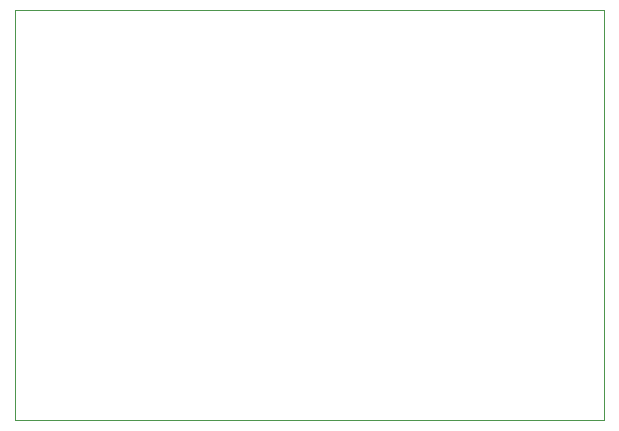
<source format=gbr>
%TF.GenerationSoftware,KiCad,Pcbnew,7.0.2*%
%TF.CreationDate,2023-12-17T17:40:20-05:00*%
%TF.ProjectId,AntSniffer,416e7453-6e69-4666-9665-722e6b696361,rev?*%
%TF.SameCoordinates,Original*%
%TF.FileFunction,Profile,NP*%
%FSLAX46Y46*%
G04 Gerber Fmt 4.6, Leading zero omitted, Abs format (unit mm)*
G04 Created by KiCad (PCBNEW 7.0.2) date 2023-12-17 17:40:20*
%MOMM*%
%LPD*%
G01*
G04 APERTURE LIST*
%TA.AperFunction,Profile*%
%ADD10C,0.100000*%
%TD*%
G04 APERTURE END LIST*
D10*
X143484600Y-38430200D02*
X193294000Y-38430200D01*
X193294000Y-73126600D01*
X143484600Y-73126600D01*
X143484600Y-38430200D01*
M02*

</source>
